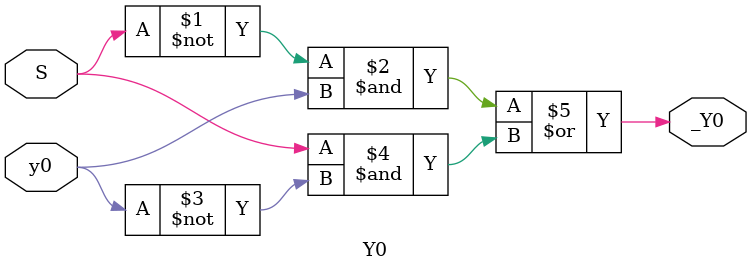
<source format=v>
module Y0(S,y0,_Y0);
	input S,y0;
	output _Y0;
	
	assign _Y0 = ~S&y0 | S&~y0;
	
endmodule
</source>
